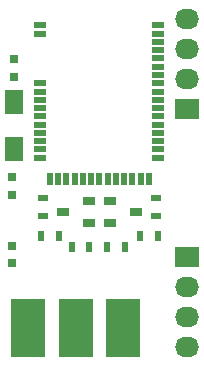
<source format=gts>
%FSLAX46Y46*%
G04 Gerber Fmt 4.6, Leading zero omitted, Abs format (unit mm)*
G04 Created by KiCad (PCBNEW (2014-10-22 BZR 5216)-product) date Thu 02 Jul 2015 03:27:14 PM EDT*
%MOMM*%
G01*
G04 APERTURE LIST*
%ADD10C,0.100000*%
%ADD11R,0.750000X0.800000*%
%ADD12R,0.500000X0.900000*%
%ADD13R,3.000000X5.000000*%
%ADD14R,2.032000X1.727200*%
%ADD15O,2.032000X1.727200*%
%ADD16R,1.000760X0.800100*%
%ADD17R,0.900000X0.500000*%
%ADD18R,0.500000X1.100000*%
%ADD19R,1.100000X0.500000*%
%ADD20R,1.600000X2.000000*%
G04 APERTURE END LIST*
D10*
D11*
X164000000Y-110750000D03*
X164000000Y-109250000D03*
X164200000Y-94950000D03*
X164200000Y-93450000D03*
X164000000Y-103450000D03*
X164000000Y-104950000D03*
D12*
X169050000Y-109400000D03*
X170550000Y-109400000D03*
D13*
X169400000Y-116200000D03*
X165400000Y-116200000D03*
X173400000Y-116200000D03*
D14*
X178840000Y-97690000D03*
D15*
X178840000Y-95150000D03*
X178840000Y-92610000D03*
X178840000Y-90070000D03*
D16*
X174499820Y-106400000D03*
X172300180Y-107352500D03*
X172300180Y-105447500D03*
X168300180Y-106400000D03*
X170499820Y-105447500D03*
X170499820Y-107352500D03*
D12*
X172050000Y-109400000D03*
X173550000Y-109400000D03*
D17*
X166600000Y-106750000D03*
X166600000Y-105250000D03*
D12*
X166450000Y-108400000D03*
X167950000Y-108400000D03*
D17*
X176200000Y-106750000D03*
X176200000Y-105250000D03*
D12*
X176350000Y-108400000D03*
X174850000Y-108400000D03*
D18*
X167200000Y-103600000D03*
X167900000Y-103600000D03*
X168600000Y-103600000D03*
X169300000Y-103600000D03*
X170000000Y-103600000D03*
X170700000Y-103600000D03*
X171400000Y-103600000D03*
X172100000Y-103600000D03*
X172800000Y-103600000D03*
X173500000Y-103600000D03*
X174200000Y-103600000D03*
X174900000Y-103600000D03*
X175600000Y-103600000D03*
D19*
X166400000Y-90600000D03*
X166400000Y-91300000D03*
X176400000Y-101800000D03*
X176400000Y-101100000D03*
X176400000Y-100400000D03*
X176400000Y-99700000D03*
X176400000Y-99000000D03*
X176400000Y-98300000D03*
X176400000Y-97600000D03*
X176400000Y-96900000D03*
X176400000Y-96200000D03*
X176400000Y-95500000D03*
X176400000Y-94800000D03*
X176400000Y-94100000D03*
X176400000Y-93400000D03*
X176400000Y-92700000D03*
X176400000Y-92000000D03*
X176400000Y-91300000D03*
X176400000Y-90600000D03*
X166400000Y-95500000D03*
X166400000Y-96200000D03*
X166400000Y-96900000D03*
X166400000Y-97600000D03*
X166400000Y-98300000D03*
X166400000Y-99000000D03*
X166400000Y-99700000D03*
X166400000Y-100400000D03*
X166400000Y-101100000D03*
X166400000Y-101800000D03*
D14*
X178820000Y-110200000D03*
D15*
X178820000Y-112740000D03*
X178820000Y-115280000D03*
X178820000Y-117820000D03*
D20*
X164200000Y-97100000D03*
X164200000Y-101100000D03*
M02*

</source>
